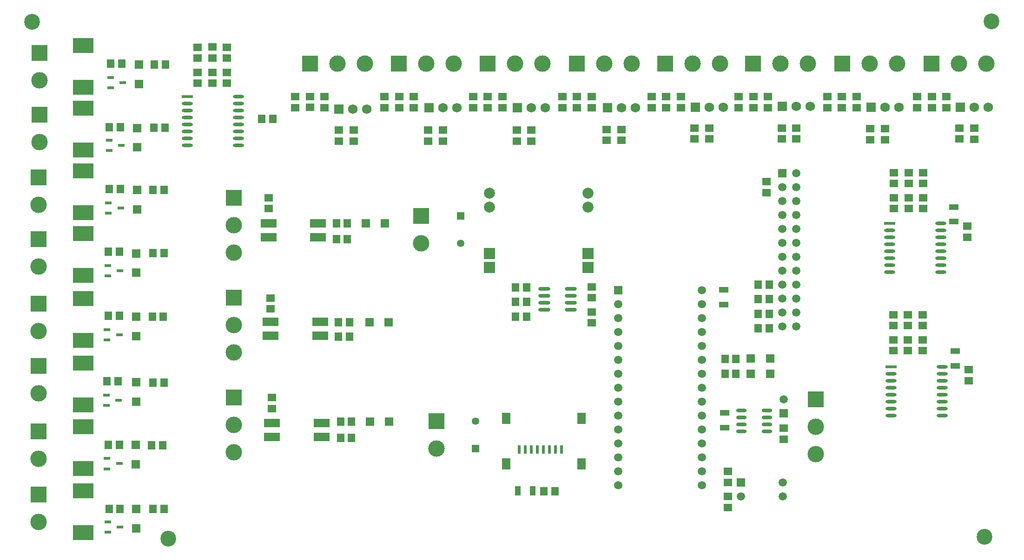
<source format=gbr>
%TF.GenerationSoftware,Altium Limited,Altium Designer,18.0.9 (584)*%
G04 Layer_Color=255*
%FSLAX26Y26*%
%MOIN*%
%TF.FileFunction,Pads,Top*%
%TF.Part,Single*%
G01*
G75*
%TA.AperFunction,SMDPad,CuDef*%
%ADD10R,0.059055X0.078740*%
%ADD11R,0.024803X0.059055*%
%ADD12R,0.055118X0.059055*%
%ADD13R,0.059055X0.059055*%
%ADD14R,0.059055X0.055118*%
%ADD15R,0.043307X0.066929*%
%ADD16R,0.066929X0.043307*%
%ADD17O,0.086614X0.023622*%
%ADD18R,0.078740X0.023622*%
%ADD19O,0.078740X0.023622*%
%ADD20R,0.045276X0.023622*%
%ADD21R,0.150000X0.110000*%
%ADD22R,0.118110X0.059055*%
%ADD23R,0.059055X0.059055*%
%ADD24O,0.074803X0.023622*%
%TA.AperFunction,WasherPad*%
%ADD37C,0.113000*%
%TA.AperFunction,ComponentPad*%
%ADD38C,0.078740*%
%ADD39R,0.078740X0.078740*%
%ADD40R,0.059055X0.059055*%
%ADD41C,0.059055*%
%ADD42C,0.118110*%
%ADD43R,0.118110X0.118110*%
%ADD44C,0.053150*%
%ADD45R,0.053150X0.053150*%
%ADD46R,0.059055X0.059055*%
%ADD47R,0.118110X0.118110*%
%ADD48R,0.068898X0.068898*%
%ADD49C,0.068898*%
D10*
X5189370Y1858228D02*
D03*
Y2185000D02*
D03*
X4648032D02*
D03*
Y1858228D02*
D03*
D11*
X5001575Y1960591D02*
D03*
X4871654D02*
D03*
X4828346D02*
D03*
X4741732D02*
D03*
X4785039D02*
D03*
X4914961D02*
D03*
X4958268D02*
D03*
X5044882D02*
D03*
D12*
X3524370Y2770000D02*
D03*
X3445630D02*
D03*
X4998740Y1660000D02*
D03*
X4920000D02*
D03*
X2195000Y1535000D02*
D03*
X2116260D02*
D03*
X2185000Y1990000D02*
D03*
X2106260D02*
D03*
X2195000Y2440000D02*
D03*
X2116260D02*
D03*
X2190000Y2915000D02*
D03*
X2111260D02*
D03*
X1800630Y1535000D02*
D03*
X1879370D02*
D03*
X1795630Y1995000D02*
D03*
X1874370D02*
D03*
X1785630Y2450000D02*
D03*
X1864370D02*
D03*
X1796260Y2920000D02*
D03*
X1875000D02*
D03*
X2974370Y4335000D02*
D03*
X2895630D02*
D03*
X2195000Y3370000D02*
D03*
X2116260D02*
D03*
X2195630Y3825000D02*
D03*
X2116890D02*
D03*
X2200630Y4270000D02*
D03*
X2121890D02*
D03*
X2205630Y4725000D02*
D03*
X2126890D02*
D03*
X1796890Y3380000D02*
D03*
X1875630D02*
D03*
X1801890Y3830000D02*
D03*
X1880630D02*
D03*
X1801890Y4275000D02*
D03*
X1880630D02*
D03*
X1811890Y4730000D02*
D03*
X1890630D02*
D03*
X3539370Y2045000D02*
D03*
X3460630D02*
D03*
X3524370Y2875000D02*
D03*
X3445630D02*
D03*
X3510000Y3470000D02*
D03*
X3431260D02*
D03*
X3460630Y2160000D02*
D03*
X3539370D02*
D03*
X3431260Y3585000D02*
D03*
X3510000D02*
D03*
X6296890Y2610000D02*
D03*
X6218150D02*
D03*
X6296890Y2505000D02*
D03*
X6218150D02*
D03*
X6455000Y3145000D02*
D03*
X6533740D02*
D03*
X6455000Y3040000D02*
D03*
X6533740D02*
D03*
X6455000Y2935000D02*
D03*
X6533740D02*
D03*
X6455000Y2830000D02*
D03*
X6533740D02*
D03*
X4794370Y3125000D02*
D03*
X4715630D02*
D03*
X4793740Y3020000D02*
D03*
X4715000D02*
D03*
X4793740Y2915000D02*
D03*
X4715000D02*
D03*
D13*
X2001260Y4131102D02*
D03*
Y4268898D02*
D03*
X1995630Y1396102D02*
D03*
Y1533898D02*
D03*
X1996260Y3368898D02*
D03*
Y3231102D02*
D03*
X2001260Y3823898D02*
D03*
Y3686102D02*
D03*
X2016260Y4723898D02*
D03*
Y4586102D02*
D03*
X1990630Y1993898D02*
D03*
Y1856102D02*
D03*
X1995630Y2443898D02*
D03*
Y2306102D02*
D03*
Y2913898D02*
D03*
Y2776102D02*
D03*
D14*
X6514370Y3884370D02*
D03*
Y3805630D02*
D03*
X6237520Y1725630D02*
D03*
Y1804370D02*
D03*
X7900000Y4190000D02*
D03*
Y4268740D02*
D03*
X8005000Y4268110D02*
D03*
Y4189370D02*
D03*
X7260000Y4185000D02*
D03*
Y4263740D02*
D03*
X7365000D02*
D03*
Y4185000D02*
D03*
X6625000Y4190000D02*
D03*
Y4268740D02*
D03*
X6730000D02*
D03*
Y4190000D02*
D03*
X6000000D02*
D03*
Y4268740D02*
D03*
X6105000D02*
D03*
Y4190000D02*
D03*
X5370000Y4180000D02*
D03*
Y4258740D02*
D03*
X5475000D02*
D03*
Y4180000D02*
D03*
X4830000Y4253740D02*
D03*
Y4175000D02*
D03*
X4725000D02*
D03*
Y4253740D02*
D03*
X4090000Y4175000D02*
D03*
Y4253740D02*
D03*
X4195000D02*
D03*
Y4175000D02*
D03*
X3555000Y4253740D02*
D03*
Y4175000D02*
D03*
X3450000D02*
D03*
Y4253740D02*
D03*
X7965000Y2455000D02*
D03*
Y2533740D02*
D03*
X7955000Y3485000D02*
D03*
Y3563740D02*
D03*
X2646260Y4849370D02*
D03*
Y4770630D02*
D03*
X2645000Y4669370D02*
D03*
Y4590630D02*
D03*
X2541260Y4669370D02*
D03*
Y4590630D02*
D03*
Y4850000D02*
D03*
Y4771260D02*
D03*
X2436260Y4849370D02*
D03*
Y4770630D02*
D03*
Y4669370D02*
D03*
Y4590630D02*
D03*
X2960000Y2970630D02*
D03*
Y3049370D02*
D03*
X2970000Y2255630D02*
D03*
Y2334370D02*
D03*
X2945000Y3690000D02*
D03*
Y3768740D02*
D03*
X5262520Y2949370D02*
D03*
Y2870630D02*
D03*
Y3050630D02*
D03*
Y3129370D02*
D03*
X6237520Y1624370D02*
D03*
Y1545630D02*
D03*
X6637520Y2113740D02*
D03*
Y2035000D02*
D03*
X4410630Y4415000D02*
D03*
Y4493740D02*
D03*
X3135630Y4415630D02*
D03*
Y4494370D02*
D03*
X3775630Y4414370D02*
D03*
Y4493110D02*
D03*
X4515630Y4415000D02*
D03*
Y4493740D02*
D03*
X3240630Y4416260D02*
D03*
Y4495000D02*
D03*
X3880630Y4415000D02*
D03*
Y4493740D02*
D03*
X4620630Y4414370D02*
D03*
Y4493110D02*
D03*
X3345630Y4415630D02*
D03*
Y4494370D02*
D03*
X3985630Y4415000D02*
D03*
Y4493740D02*
D03*
X6315630Y4415000D02*
D03*
Y4493740D02*
D03*
X5690630Y4415000D02*
D03*
Y4493740D02*
D03*
X5050630Y4415000D02*
D03*
Y4493740D02*
D03*
X6420630Y4415630D02*
D03*
Y4494370D02*
D03*
X5795630Y4415630D02*
D03*
Y4494370D02*
D03*
X5155630Y4415630D02*
D03*
Y4494370D02*
D03*
X6525630Y4415000D02*
D03*
Y4493740D02*
D03*
X5900630Y4415000D02*
D03*
Y4493740D02*
D03*
X5260630Y4415000D02*
D03*
Y4493740D02*
D03*
X7595630Y4415000D02*
D03*
Y4493740D02*
D03*
X6950630Y4415000D02*
D03*
Y4493740D02*
D03*
X7700630Y4415000D02*
D03*
Y4493740D02*
D03*
X7055630Y4415000D02*
D03*
Y4493740D02*
D03*
X7805630Y4415000D02*
D03*
Y4493740D02*
D03*
X7160630Y4415000D02*
D03*
Y4493740D02*
D03*
X7425000Y2670000D02*
D03*
Y2748740D02*
D03*
Y2850000D02*
D03*
Y2928740D02*
D03*
X7530000Y2670630D02*
D03*
Y2749370D02*
D03*
Y2850000D02*
D03*
Y2928740D02*
D03*
X7635000Y2670630D02*
D03*
Y2749370D02*
D03*
Y2850000D02*
D03*
Y2928740D02*
D03*
X7430000Y3690000D02*
D03*
Y3768740D02*
D03*
Y3870000D02*
D03*
Y3948740D02*
D03*
X7535000Y3690000D02*
D03*
Y3768740D02*
D03*
Y3870000D02*
D03*
Y3948740D02*
D03*
X7640000Y3690000D02*
D03*
Y3768740D02*
D03*
Y3870000D02*
D03*
Y3948740D02*
D03*
D15*
X4731221Y1665000D02*
D03*
X4837520D02*
D03*
D16*
X6209370Y3001850D02*
D03*
Y3108150D02*
D03*
X6214370Y2116850D02*
D03*
Y2223150D02*
D03*
X7870000Y2561850D02*
D03*
Y2668150D02*
D03*
X7860000Y3596220D02*
D03*
Y3702520D02*
D03*
D17*
X5112008Y2965000D02*
D03*
Y3015000D02*
D03*
Y3065000D02*
D03*
Y3115000D02*
D03*
X4923032Y2965000D02*
D03*
Y3015000D02*
D03*
Y3065000D02*
D03*
Y3115000D02*
D03*
D18*
X7400000Y3584370D02*
D03*
X7410000Y2554370D02*
D03*
X2361260Y4495630D02*
D03*
D19*
X7400000Y3534370D02*
D03*
Y3484370D02*
D03*
Y3434370D02*
D03*
Y3384370D02*
D03*
Y3334370D02*
D03*
Y3284370D02*
D03*
Y3234370D02*
D03*
X7766142Y3584370D02*
D03*
Y3534370D02*
D03*
Y3484370D02*
D03*
Y3434370D02*
D03*
Y3384370D02*
D03*
Y3334370D02*
D03*
Y3284370D02*
D03*
Y3234370D02*
D03*
X7410000Y2504370D02*
D03*
Y2454370D02*
D03*
Y2404370D02*
D03*
Y2354370D02*
D03*
Y2304370D02*
D03*
Y2254370D02*
D03*
Y2204370D02*
D03*
X7776142Y2554370D02*
D03*
Y2504370D02*
D03*
Y2454370D02*
D03*
Y2404370D02*
D03*
Y2354370D02*
D03*
Y2304370D02*
D03*
Y2254370D02*
D03*
Y2204370D02*
D03*
X2361260Y4445630D02*
D03*
Y4395630D02*
D03*
Y4345630D02*
D03*
Y4295630D02*
D03*
Y4245630D02*
D03*
Y4195630D02*
D03*
Y4145630D02*
D03*
X2727401Y4495630D02*
D03*
Y4445630D02*
D03*
Y4395630D02*
D03*
Y4345630D02*
D03*
Y4295630D02*
D03*
Y4245630D02*
D03*
Y4195630D02*
D03*
Y4145630D02*
D03*
D20*
X1879921Y1405000D02*
D03*
X1791339Y1367599D02*
D03*
Y1442402D02*
D03*
X1874921Y1860000D02*
D03*
X1786339Y1822599D02*
D03*
Y1897402D02*
D03*
X1869921Y2315000D02*
D03*
X1781339Y2277599D02*
D03*
Y2352402D02*
D03*
X1874921Y2785000D02*
D03*
X1786339Y2747599D02*
D03*
Y2822402D02*
D03*
X1879921Y3245000D02*
D03*
X1791339Y3207599D02*
D03*
Y3282402D02*
D03*
X1884921Y3695000D02*
D03*
X1796339Y3657599D02*
D03*
Y3732402D02*
D03*
X1889921Y4145000D02*
D03*
X1801339Y4107599D02*
D03*
Y4182402D02*
D03*
X1899921Y4595000D02*
D03*
X1811339Y4557599D02*
D03*
Y4632402D02*
D03*
D21*
X1615630Y1365000D02*
D03*
Y1665000D02*
D03*
Y1825000D02*
D03*
Y2125000D02*
D03*
Y2280000D02*
D03*
Y2580000D02*
D03*
Y2745000D02*
D03*
Y3045000D02*
D03*
Y3210000D02*
D03*
Y3510000D02*
D03*
Y3660000D02*
D03*
Y3960000D02*
D03*
Y4110000D02*
D03*
Y4410000D02*
D03*
Y4560000D02*
D03*
Y4860000D02*
D03*
D22*
X2960000Y2876575D02*
D03*
Y2778150D02*
D03*
X3314331Y2876575D02*
D03*
Y2778150D02*
D03*
X2970000Y2150000D02*
D03*
Y2051575D02*
D03*
X3324331Y2150000D02*
D03*
Y2051575D02*
D03*
X2945669Y3583425D02*
D03*
Y3485000D02*
D03*
X3300000Y3583425D02*
D03*
Y3485000D02*
D03*
D23*
X3810000Y2160000D02*
D03*
X3672205D02*
D03*
X3805000Y2875000D02*
D03*
X3667205D02*
D03*
X3780000Y3585000D02*
D03*
X3642205D02*
D03*
X6403622Y2615000D02*
D03*
X6541417D02*
D03*
X6403622Y2505000D02*
D03*
X6541417D02*
D03*
D24*
X6335000Y2240000D02*
D03*
Y2190000D02*
D03*
Y2140000D02*
D03*
Y2090000D02*
D03*
X6520039Y2240000D02*
D03*
Y2190000D02*
D03*
Y2140000D02*
D03*
Y2090000D02*
D03*
D37*
X2225000Y1320000D02*
D03*
X1250000Y5030000D02*
D03*
X8130000Y5035000D02*
D03*
X8080000Y1335000D02*
D03*
D38*
X4527520Y3800000D02*
D03*
Y3700000D02*
D03*
X5236181Y3800000D02*
D03*
Y3700000D02*
D03*
D39*
X4527520Y3268504D02*
D03*
Y3368504D02*
D03*
X5236181D02*
D03*
Y3268504D02*
D03*
D40*
X6332520Y1725000D02*
D03*
X5452520Y3105000D02*
D03*
X6629370Y3945000D02*
D03*
D41*
X6332520Y1625000D02*
D03*
X6632520Y1725000D02*
D03*
Y1625000D02*
D03*
X5452520Y3005000D02*
D03*
Y2905000D02*
D03*
Y2805000D02*
D03*
Y2705000D02*
D03*
Y2605000D02*
D03*
Y2505000D02*
D03*
Y2405000D02*
D03*
Y2305000D02*
D03*
Y2205000D02*
D03*
Y2105000D02*
D03*
Y2005000D02*
D03*
Y1905000D02*
D03*
Y1805000D02*
D03*
Y1705000D02*
D03*
X6052520Y3105000D02*
D03*
Y3005000D02*
D03*
Y2905000D02*
D03*
Y2805000D02*
D03*
Y2705000D02*
D03*
Y2605000D02*
D03*
Y2505000D02*
D03*
Y2405000D02*
D03*
Y2305000D02*
D03*
Y2205000D02*
D03*
Y2105000D02*
D03*
Y2005000D02*
D03*
Y1905000D02*
D03*
Y1805000D02*
D03*
Y1705000D02*
D03*
X6729370Y2845000D02*
D03*
Y2945000D02*
D03*
Y3045000D02*
D03*
Y3145000D02*
D03*
Y3245000D02*
D03*
Y3345000D02*
D03*
Y3445000D02*
D03*
Y3545000D02*
D03*
Y3645000D02*
D03*
Y3745000D02*
D03*
Y3845000D02*
D03*
Y3945000D02*
D03*
X6629370Y2845000D02*
D03*
Y2945000D02*
D03*
Y3045000D02*
D03*
Y3145000D02*
D03*
Y3245000D02*
D03*
Y3345000D02*
D03*
Y3445000D02*
D03*
Y3545000D02*
D03*
Y3645000D02*
D03*
Y3745000D02*
D03*
Y3845000D02*
D03*
X6637520Y2320000D02*
D03*
D42*
X1295630Y2363150D02*
D03*
Y2810000D02*
D03*
Y3275000D02*
D03*
Y3718150D02*
D03*
X1300630Y4168150D02*
D03*
Y4610000D02*
D03*
X1295630Y1440000D02*
D03*
Y1893150D02*
D03*
X2695000Y1941299D02*
D03*
Y2138150D02*
D03*
Y2658150D02*
D03*
Y2855000D02*
D03*
Y3375000D02*
D03*
Y3571850D02*
D03*
X4037520Y3440000D02*
D03*
X4147520Y1968150D02*
D03*
X6867520Y1928150D02*
D03*
Y2125000D02*
D03*
X4907480Y4730000D02*
D03*
X4710630D02*
D03*
X3635630D02*
D03*
X3438780D02*
D03*
X4272480D02*
D03*
X4075630D02*
D03*
X6812480D02*
D03*
X6615630D02*
D03*
X6182480D02*
D03*
X5985630D02*
D03*
X5547480D02*
D03*
X5350630D02*
D03*
X8092480D02*
D03*
X7895630D02*
D03*
X7452480D02*
D03*
X7255630D02*
D03*
D43*
X1295630Y2560000D02*
D03*
Y3006850D02*
D03*
Y3471850D02*
D03*
Y3915000D02*
D03*
X1300630Y4365000D02*
D03*
Y4806850D02*
D03*
X1295630Y1636850D02*
D03*
Y2090000D02*
D03*
X2695000Y2335000D02*
D03*
Y3051850D02*
D03*
Y3768701D02*
D03*
X4037520Y3636850D02*
D03*
X4147520Y2165000D02*
D03*
X6867520Y2321850D02*
D03*
D44*
X4322520Y3441575D02*
D03*
X4427520Y2163425D02*
D03*
D45*
X4322520Y3638425D02*
D03*
X4427520Y1966575D02*
D03*
D46*
X6637520Y2220000D02*
D03*
D47*
X4513779Y4730000D02*
D03*
X3241929D02*
D03*
X3878780D02*
D03*
X6418779D02*
D03*
X5788779D02*
D03*
X5153779D02*
D03*
X7698779D02*
D03*
X7058779D02*
D03*
D48*
X4730000Y4414370D02*
D03*
X3450000Y4404370D02*
D03*
X4095000Y4414370D02*
D03*
X6630000Y4424370D02*
D03*
X6005000Y4419370D02*
D03*
X5375000Y4414370D02*
D03*
X7905000Y4419370D02*
D03*
X7265000D02*
D03*
D49*
X4830000Y4414370D02*
D03*
X4930000D02*
D03*
X3550000Y4404370D02*
D03*
X3650000D02*
D03*
X4195000Y4414370D02*
D03*
X4295000D02*
D03*
X6730000Y4424370D02*
D03*
X6830000D02*
D03*
X6105000Y4419370D02*
D03*
X6205000D02*
D03*
X5475000Y4414370D02*
D03*
X5575000D02*
D03*
X8005000Y4419370D02*
D03*
X8105000D02*
D03*
X7365000D02*
D03*
X7465000D02*
D03*
%TF.MD5,72acdfeaa3784ccbed871de0afc653dd*%
M02*

</source>
